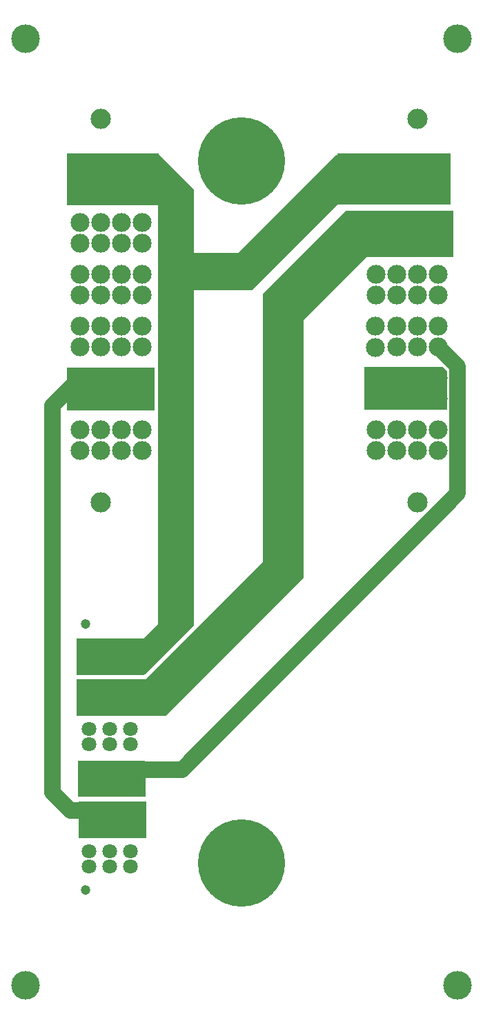
<source format=gtl>
G04 Layer_Physical_Order=1*
G04 Layer_Color=255*
%FSLAX23Y23*%
%MOIN*%
G70*
G01*
G75*
%ADD10C,0.079*%
%ADD11C,0.138*%
%ADD12C,0.421*%
%ADD13C,0.047*%
%ADD14C,0.071*%
%ADD15C,0.098*%
%ADD16C,0.091*%
G36*
X838Y4202D02*
X842Y4204D01*
X1008Y4038D01*
Y3971D01*
Y3732D01*
X1224Y3732D01*
X1696Y4204D01*
X1701Y4202D01*
X1701Y3963D01*
X1291Y3553D01*
Y3551D01*
X1008D01*
Y1933D01*
X772Y1698D01*
X768Y1699D01*
Y1693D01*
X443D01*
Y1870D01*
X768D01*
X837Y1939D01*
X837Y3962D01*
X395D01*
Y4209D01*
X838D01*
Y4202D01*
D02*
G37*
G36*
X776Y1276D02*
Y1106D01*
X449D01*
Y1280D01*
X774D01*
X776Y1276D01*
D02*
G37*
G36*
X778Y906D02*
X453D01*
Y1083D01*
X778D01*
Y906D01*
D02*
G37*
G36*
X818Y2969D02*
X395D01*
Y3176D01*
X818D01*
Y2969D01*
D02*
G37*
G36*
X2250Y3963D02*
X1701D01*
Y3972D01*
Y4209D01*
X2250D01*
Y3963D01*
D02*
G37*
G36*
X2264Y3709D02*
X1843Y3709D01*
X1539Y3406D01*
X1539Y2161D01*
X874Y1496D01*
X441Y1496D01*
Y1673D01*
X776Y1673D01*
X1343Y2240D01*
X1343Y3531D01*
X1744Y3933D01*
X2264D01*
X2264Y3709D01*
D02*
G37*
G36*
X2233Y3159D02*
Y2975D01*
X1831D01*
Y3182D01*
X2211Y3182D01*
X2233Y3159D01*
D02*
G37*
D10*
X325Y1127D02*
X411Y1041D01*
X952Y1238D02*
X2283Y2569D01*
X325Y1127D02*
Y2993D01*
X2283Y2569D02*
Y3183D01*
X2189Y3278D02*
X2283Y3183D01*
X702Y1238D02*
X952D01*
X411Y1041D02*
X502D01*
X325Y2993D02*
X460Y3128D01*
D11*
X197Y4764D02*
D03*
X2283D02*
D03*
Y197D02*
D03*
X197D02*
D03*
D12*
X1239Y787D02*
D03*
Y4173D02*
D03*
D13*
X487Y657D02*
D03*
Y1942D02*
D03*
D14*
X502Y770D02*
D03*
X602D02*
D03*
X702D02*
D03*
Y844D02*
D03*
X602D02*
D03*
X502D02*
D03*
Y967D02*
D03*
X602D02*
D03*
X702D02*
D03*
Y1041D02*
D03*
X602D02*
D03*
X502D02*
D03*
Y1164D02*
D03*
X602D02*
D03*
X702D02*
D03*
Y1238D02*
D03*
X602D02*
D03*
X502D02*
D03*
Y1361D02*
D03*
X601D02*
D03*
X702D02*
D03*
Y1435D02*
D03*
X602D02*
D03*
X502D02*
D03*
Y1557D02*
D03*
X602D02*
D03*
X702D02*
D03*
Y1631D02*
D03*
X502D02*
D03*
X602D02*
D03*
Y1828D02*
D03*
X702Y1754D02*
D03*
X602D02*
D03*
X702Y1828D02*
D03*
X502Y1754D02*
D03*
Y1828D02*
D03*
D15*
X2089Y4378D02*
D03*
Y2528D02*
D03*
X560D02*
D03*
Y4378D02*
D03*
D16*
X2189Y4128D02*
D03*
X2089D02*
D03*
X1989D02*
D03*
X1889D02*
D03*
Y4028D02*
D03*
X1989D02*
D03*
X2089D02*
D03*
X2189D02*
D03*
Y3878D02*
D03*
X2089D02*
D03*
X1989D02*
D03*
X1889D02*
D03*
Y3778D02*
D03*
X1989D02*
D03*
X2089D02*
D03*
X2191D02*
D03*
X2189Y3628D02*
D03*
X2089D02*
D03*
X1989D02*
D03*
X1889D02*
D03*
Y3528D02*
D03*
X1989D02*
D03*
X2089D02*
D03*
X2189D02*
D03*
Y3378D02*
D03*
X2089D02*
D03*
X1989D02*
D03*
X1886D02*
D03*
Y3273D02*
D03*
X1989Y3278D02*
D03*
X2089D02*
D03*
X2189D02*
D03*
Y2878D02*
D03*
X2089D02*
D03*
X1989D02*
D03*
X1889D02*
D03*
Y2778D02*
D03*
X1989D02*
D03*
X2089D02*
D03*
X2189D02*
D03*
Y3028D02*
D03*
X2089D02*
D03*
X1989D02*
D03*
X1889D02*
D03*
Y3128D02*
D03*
X1989D02*
D03*
X2089D02*
D03*
X2189D02*
D03*
X460Y2778D02*
D03*
X560D02*
D03*
X660D02*
D03*
X760D02*
D03*
Y2878D02*
D03*
X660D02*
D03*
X560D02*
D03*
X460D02*
D03*
Y3028D02*
D03*
X560D02*
D03*
X660D02*
D03*
X760D02*
D03*
Y3128D02*
D03*
X660D02*
D03*
X560D02*
D03*
X460D02*
D03*
Y3278D02*
D03*
X560D02*
D03*
X660D02*
D03*
X760D02*
D03*
Y3378D02*
D03*
X660D02*
D03*
X560D02*
D03*
X460D02*
D03*
Y3528D02*
D03*
X560D02*
D03*
X660D02*
D03*
X760D02*
D03*
Y3628D02*
D03*
X660D02*
D03*
X560D02*
D03*
X460D02*
D03*
Y3778D02*
D03*
X560D02*
D03*
X660D02*
D03*
X760D02*
D03*
Y3878D02*
D03*
X660D02*
D03*
X560D02*
D03*
X460D02*
D03*
Y4028D02*
D03*
X560D02*
D03*
X660D02*
D03*
X760D02*
D03*
Y4128D02*
D03*
X660D02*
D03*
X560D02*
D03*
X460D02*
D03*
M02*

</source>
